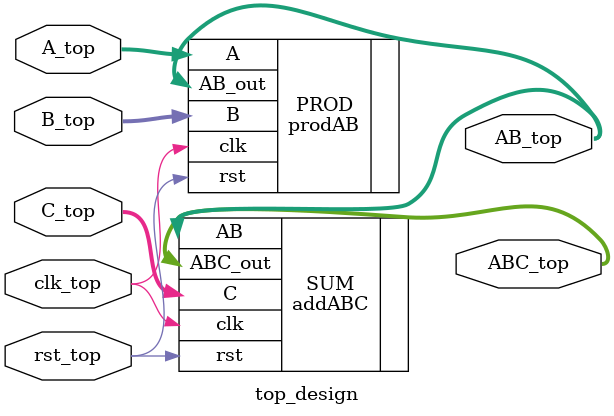
<source format=v>
module top_design(
input clk_top, rst_top,
input signed [2:-3] A_top,
input signed [0:-5] B_top,
input signed [4:-5] C_top,

output signed [4:-5] AB_top,
output signed [4:-2] ABC_top
);



//------------------------------------------------

prodAB PROD(
	.clk	(clk_top), 
	.rst	(rst_top),
	.A		(A_top),
	.B		(B_top),

	.AB_out(AB_top)
);

addABC SUM(
	.clk	(clk_top), 
	.rst	(rst_top),
	.C		(C_top),
	.AB	(AB_top),

	.ABC_out	(ABC_top)
);

endmodule

</source>
